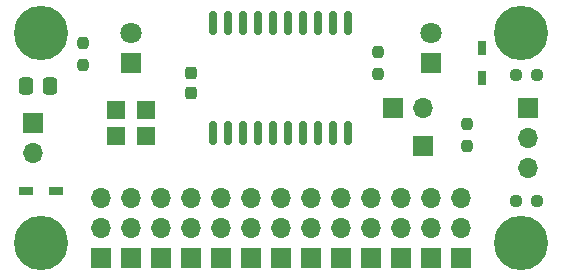
<source format=gbr>
%TF.GenerationSoftware,KiCad,Pcbnew,(6.0.5)*%
%TF.CreationDate,2022-05-22T23:21:51-04:00*%
%TF.ProjectId,controller,636f6e74-726f-46c6-9c65-722e6b696361,rev?*%
%TF.SameCoordinates,Original*%
%TF.FileFunction,Soldermask,Top*%
%TF.FilePolarity,Negative*%
%FSLAX46Y46*%
G04 Gerber Fmt 4.6, Leading zero omitted, Abs format (unit mm)*
G04 Created by KiCad (PCBNEW (6.0.5)) date 2022-05-22 23:21:51*
%MOMM*%
%LPD*%
G01*
G04 APERTURE LIST*
G04 Aperture macros list*
%AMRoundRect*
0 Rectangle with rounded corners*
0 $1 Rounding radius*
0 $2 $3 $4 $5 $6 $7 $8 $9 X,Y pos of 4 corners*
0 Add a 4 corners polygon primitive as box body*
4,1,4,$2,$3,$4,$5,$6,$7,$8,$9,$2,$3,0*
0 Add four circle primitives for the rounded corners*
1,1,$1+$1,$2,$3*
1,1,$1+$1,$4,$5*
1,1,$1+$1,$6,$7*
1,1,$1+$1,$8,$9*
0 Add four rect primitives between the rounded corners*
20,1,$1+$1,$2,$3,$4,$5,0*
20,1,$1+$1,$4,$5,$6,$7,0*
20,1,$1+$1,$6,$7,$8,$9,0*
20,1,$1+$1,$8,$9,$2,$3,0*%
G04 Aperture macros list end*
%ADD10R,1.800000X1.800000*%
%ADD11C,1.800000*%
%ADD12R,1.700000X1.700000*%
%ADD13O,1.700000X1.700000*%
%ADD14RoundRect,0.237500X0.237500X-0.300000X0.237500X0.300000X-0.237500X0.300000X-0.237500X-0.300000X0*%
%ADD15R,1.200000X0.750000*%
%ADD16R,1.600000X1.500000*%
%ADD17R,0.750000X1.200000*%
%ADD18RoundRect,0.150000X0.150000X-0.875000X0.150000X0.875000X-0.150000X0.875000X-0.150000X-0.875000X0*%
%ADD19RoundRect,0.237500X0.250000X0.237500X-0.250000X0.237500X-0.250000X-0.237500X0.250000X-0.237500X0*%
%ADD20RoundRect,0.237500X0.237500X-0.250000X0.237500X0.250000X-0.237500X0.250000X-0.237500X-0.250000X0*%
%ADD21C,4.600000*%
%ADD22RoundRect,0.250000X-0.337500X-0.475000X0.337500X-0.475000X0.337500X0.475000X-0.337500X0.475000X0*%
G04 APERTURE END LIST*
D10*
%TO.C,D2*%
X101600000Y-81280000D03*
D11*
X101600000Y-78740000D03*
%TD*%
D12*
%TO.C,J6*%
X104140000Y-97790000D03*
D13*
X104140000Y-95250000D03*
X104140000Y-92710000D03*
%TD*%
D12*
%TO.C,J9*%
X119380000Y-97790000D03*
D13*
X119380000Y-95250000D03*
X119380000Y-92710000D03*
%TD*%
D12*
%TO.C,J14*%
X129540000Y-97790000D03*
D13*
X129540000Y-95250000D03*
X129540000Y-92710000D03*
%TD*%
D12*
%TO.C,J1*%
X135255000Y-85090000D03*
D13*
X135255000Y-87630000D03*
X135255000Y-90170000D03*
%TD*%
D12*
%TO.C,J10*%
X116840000Y-97805000D03*
D13*
X116840000Y-95265000D03*
X116840000Y-92725000D03*
%TD*%
D12*
%TO.C,J8*%
X121920000Y-97790000D03*
D13*
X121920000Y-95250000D03*
X121920000Y-92710000D03*
%TD*%
D12*
%TO.C,J3*%
X123825000Y-85090000D03*
D13*
X126365000Y-85090000D03*
%TD*%
D14*
%TO.C,C2*%
X106680000Y-83820000D03*
X106680000Y-82095000D03*
%TD*%
D15*
%TO.C,D1*%
X95250000Y-92075000D03*
X92710000Y-92075000D03*
%TD*%
D16*
%TO.C,X1*%
X100330000Y-87460000D03*
X102870000Y-87460000D03*
X102870000Y-85260000D03*
X100330000Y-85260000D03*
%TD*%
D17*
%TO.C,D3*%
X131318000Y-82550000D03*
X131318000Y-80010000D03*
%TD*%
D18*
%TO.C,U2*%
X108585000Y-87200000D03*
X109855000Y-87200000D03*
X111125000Y-87200000D03*
X112395000Y-87200000D03*
X113665000Y-87200000D03*
X114935000Y-87200000D03*
X116205000Y-87200000D03*
X117475000Y-87200000D03*
X118745000Y-87200000D03*
X120015000Y-87200000D03*
X120015000Y-77900000D03*
X118745000Y-77900000D03*
X117475000Y-77900000D03*
X116205000Y-77900000D03*
X114935000Y-77900000D03*
X113665000Y-77900000D03*
X112395000Y-77900000D03*
X111125000Y-77900000D03*
X109855000Y-77900000D03*
X108585000Y-77900000D03*
%TD*%
D12*
%TO.C,J2*%
X126365000Y-88265000D03*
%TD*%
D19*
%TO.C,R3*%
X136040500Y-82296000D03*
X134215500Y-82296000D03*
%TD*%
D12*
%TO.C,J11*%
X114300000Y-97790000D03*
D13*
X114300000Y-95250000D03*
X114300000Y-92710000D03*
%TD*%
D12*
%TO.C,BT1*%
X93345000Y-86360000D03*
D13*
X93345000Y-88900000D03*
%TD*%
D12*
%TO.C,J7*%
X106680000Y-97775000D03*
D13*
X106680000Y-95235000D03*
X106680000Y-92695000D03*
%TD*%
D20*
%TO.C,R5*%
X122555000Y-82192500D03*
X122555000Y-80367500D03*
%TD*%
D12*
%TO.C,J5*%
X101600000Y-97790000D03*
D13*
X101600000Y-95250000D03*
X101600000Y-92710000D03*
%TD*%
D12*
%TO.C,J4*%
X99060000Y-97790000D03*
D13*
X99060000Y-95250000D03*
X99060000Y-92710000D03*
%TD*%
D21*
%TO.C,REF\u002A\u002A*%
X134620000Y-78740000D03*
%TD*%
D20*
%TO.C,R1*%
X97536000Y-81430500D03*
X97536000Y-79605500D03*
%TD*%
D12*
%TO.C,J15*%
X127000000Y-97790000D03*
D13*
X127000000Y-95250000D03*
X127000000Y-92710000D03*
%TD*%
D12*
%TO.C,J16*%
X124460000Y-97790000D03*
D13*
X124460000Y-95250000D03*
X124460000Y-92710000D03*
%TD*%
D21*
%TO.C,REF\u002A\u002A*%
X93980000Y-78740000D03*
%TD*%
%TO.C,REF\u002A\u002A*%
X134620000Y-96520000D03*
%TD*%
D20*
%TO.C,R2*%
X130048000Y-88288500D03*
X130048000Y-86463500D03*
%TD*%
D22*
%TO.C,C1*%
X92710000Y-83185000D03*
X94785000Y-83185000D03*
%TD*%
D19*
%TO.C,R4*%
X136040500Y-92964000D03*
X134215500Y-92964000D03*
%TD*%
D12*
%TO.C,J12*%
X111760000Y-97805000D03*
D13*
X111760000Y-95265000D03*
X111760000Y-92725000D03*
%TD*%
D21*
%TO.C,REF\u002A\u002A*%
X93980000Y-96520000D03*
%TD*%
D10*
%TO.C,D4*%
X127000000Y-81280000D03*
D11*
X127000000Y-78740000D03*
%TD*%
D12*
%TO.C,J13*%
X109220000Y-97790000D03*
D13*
X109220000Y-95250000D03*
X109220000Y-92710000D03*
%TD*%
M02*

</source>
